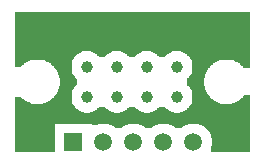
<source format=gbl>
G04 MADE WITH FRITZING*
G04 WWW.FRITZING.ORG*
G04 DOUBLE SIDED*
G04 HOLES PLATED*
G04 CONTOUR ON CENTER OF CONTOUR VECTOR*
%ASAXBY*%
%FSLAX23Y23*%
%MOIN*%
%OFA0B0*%
%SFA1.0B1.0*%
%ADD10C,0.075000*%
%ADD11C,0.039370*%
%ADD12C,0.059000*%
%ADD13R,0.059000X0.059000*%
%LNCOPPER0*%
G90*
G70*
G54D10*
X124Y442D03*
G54D11*
X583Y326D03*
X483Y326D03*
X383Y326D03*
X283Y326D03*
X583Y226D03*
X483Y226D03*
X383Y226D03*
X283Y226D03*
G54D12*
X238Y74D03*
X338Y74D03*
X438Y74D03*
X538Y74D03*
X638Y74D03*
G54D13*
X238Y74D03*
G36*
X44Y507D02*
X44Y377D01*
X598Y377D01*
X598Y375D01*
X604Y375D01*
X604Y373D01*
X608Y373D01*
X608Y371D01*
X610Y371D01*
X610Y369D01*
X614Y369D01*
X614Y367D01*
X616Y367D01*
X616Y365D01*
X618Y365D01*
X618Y363D01*
X620Y363D01*
X620Y361D01*
X622Y361D01*
X622Y359D01*
X624Y359D01*
X624Y357D01*
X626Y357D01*
X626Y355D01*
X628Y355D01*
X628Y351D01*
X630Y351D01*
X630Y349D01*
X764Y349D01*
X764Y347D01*
X772Y347D01*
X772Y345D01*
X778Y345D01*
X778Y343D01*
X782Y343D01*
X782Y341D01*
X786Y341D01*
X786Y339D01*
X788Y339D01*
X788Y337D01*
X792Y337D01*
X792Y335D01*
X794Y335D01*
X794Y333D01*
X796Y333D01*
X796Y331D01*
X798Y331D01*
X798Y329D01*
X800Y329D01*
X800Y327D01*
X802Y327D01*
X802Y325D01*
X804Y325D01*
X804Y323D01*
X806Y323D01*
X806Y321D01*
X826Y321D01*
X826Y507D01*
X44Y507D01*
G37*
D02*
G36*
X44Y377D02*
X44Y349D01*
X134Y349D01*
X134Y347D01*
X142Y347D01*
X142Y345D01*
X148Y345D01*
X148Y343D01*
X152Y343D01*
X152Y341D01*
X156Y341D01*
X156Y339D01*
X158Y339D01*
X158Y337D01*
X162Y337D01*
X162Y335D01*
X164Y335D01*
X164Y333D01*
X166Y333D01*
X166Y331D01*
X168Y331D01*
X168Y329D01*
X170Y329D01*
X170Y327D01*
X172Y327D01*
X172Y325D01*
X174Y325D01*
X174Y323D01*
X176Y323D01*
X176Y321D01*
X178Y321D01*
X178Y319D01*
X180Y319D01*
X180Y315D01*
X182Y315D01*
X182Y313D01*
X184Y313D01*
X184Y309D01*
X186Y309D01*
X186Y303D01*
X188Y303D01*
X188Y299D01*
X190Y299D01*
X190Y289D01*
X192Y289D01*
X192Y261D01*
X190Y261D01*
X190Y253D01*
X188Y253D01*
X188Y247D01*
X186Y247D01*
X186Y243D01*
X184Y243D01*
X184Y239D01*
X182Y239D01*
X182Y235D01*
X180Y235D01*
X180Y233D01*
X178Y233D01*
X178Y229D01*
X176Y229D01*
X176Y227D01*
X174Y227D01*
X174Y225D01*
X172Y225D01*
X172Y223D01*
X170Y223D01*
X170Y221D01*
X168Y221D01*
X168Y219D01*
X166Y219D01*
X166Y217D01*
X162Y217D01*
X162Y215D01*
X160Y215D01*
X160Y213D01*
X158Y213D01*
X158Y211D01*
X154Y211D01*
X154Y209D01*
X150Y209D01*
X150Y207D01*
X146Y207D01*
X146Y205D01*
X138Y205D01*
X138Y203D01*
X234Y203D01*
X234Y209D01*
X232Y209D01*
X232Y243D01*
X234Y243D01*
X234Y247D01*
X236Y247D01*
X236Y251D01*
X238Y251D01*
X238Y253D01*
X240Y253D01*
X240Y257D01*
X242Y257D01*
X242Y259D01*
X244Y259D01*
X244Y261D01*
X246Y261D01*
X246Y263D01*
X248Y263D01*
X248Y265D01*
X250Y265D01*
X250Y285D01*
X248Y285D01*
X248Y287D01*
X246Y287D01*
X246Y289D01*
X244Y289D01*
X244Y291D01*
X242Y291D01*
X242Y295D01*
X240Y295D01*
X240Y297D01*
X238Y297D01*
X238Y301D01*
X236Y301D01*
X236Y303D01*
X234Y303D01*
X234Y309D01*
X232Y309D01*
X232Y341D01*
X234Y341D01*
X234Y347D01*
X236Y347D01*
X236Y351D01*
X238Y351D01*
X238Y353D01*
X240Y353D01*
X240Y357D01*
X242Y357D01*
X242Y359D01*
X244Y359D01*
X244Y361D01*
X246Y361D01*
X246Y363D01*
X248Y363D01*
X248Y365D01*
X250Y365D01*
X250Y367D01*
X252Y367D01*
X252Y369D01*
X256Y369D01*
X256Y371D01*
X258Y371D01*
X258Y373D01*
X262Y373D01*
X262Y375D01*
X268Y375D01*
X268Y377D01*
X44Y377D01*
G37*
D02*
G36*
X298Y377D02*
X298Y375D01*
X304Y375D01*
X304Y373D01*
X308Y373D01*
X308Y371D01*
X310Y371D01*
X310Y369D01*
X314Y369D01*
X314Y367D01*
X316Y367D01*
X316Y365D01*
X318Y365D01*
X318Y363D01*
X320Y363D01*
X320Y361D01*
X322Y361D01*
X322Y359D01*
X344Y359D01*
X344Y361D01*
X346Y361D01*
X346Y363D01*
X348Y363D01*
X348Y365D01*
X350Y365D01*
X350Y367D01*
X352Y367D01*
X352Y369D01*
X356Y369D01*
X356Y371D01*
X358Y371D01*
X358Y373D01*
X362Y373D01*
X362Y375D01*
X368Y375D01*
X368Y377D01*
X298Y377D01*
G37*
D02*
G36*
X398Y377D02*
X398Y375D01*
X404Y375D01*
X404Y373D01*
X408Y373D01*
X408Y371D01*
X410Y371D01*
X410Y369D01*
X414Y369D01*
X414Y367D01*
X416Y367D01*
X416Y365D01*
X418Y365D01*
X418Y363D01*
X420Y363D01*
X420Y361D01*
X422Y361D01*
X422Y359D01*
X444Y359D01*
X444Y361D01*
X446Y361D01*
X446Y363D01*
X448Y363D01*
X448Y365D01*
X450Y365D01*
X450Y367D01*
X452Y367D01*
X452Y369D01*
X456Y369D01*
X456Y371D01*
X458Y371D01*
X458Y373D01*
X462Y373D01*
X462Y375D01*
X468Y375D01*
X468Y377D01*
X398Y377D01*
G37*
D02*
G36*
X498Y377D02*
X498Y375D01*
X504Y375D01*
X504Y373D01*
X508Y373D01*
X508Y371D01*
X510Y371D01*
X510Y369D01*
X514Y369D01*
X514Y367D01*
X516Y367D01*
X516Y365D01*
X518Y365D01*
X518Y363D01*
X520Y363D01*
X520Y361D01*
X522Y361D01*
X522Y359D01*
X544Y359D01*
X544Y361D01*
X546Y361D01*
X546Y363D01*
X548Y363D01*
X548Y365D01*
X550Y365D01*
X550Y367D01*
X552Y367D01*
X552Y369D01*
X556Y369D01*
X556Y371D01*
X558Y371D01*
X558Y373D01*
X562Y373D01*
X562Y375D01*
X568Y375D01*
X568Y377D01*
X498Y377D01*
G37*
D02*
G36*
X44Y349D02*
X44Y325D01*
X64Y325D01*
X64Y327D01*
X66Y327D01*
X66Y329D01*
X68Y329D01*
X68Y331D01*
X70Y331D01*
X70Y333D01*
X72Y333D01*
X72Y335D01*
X74Y335D01*
X74Y337D01*
X78Y337D01*
X78Y339D01*
X80Y339D01*
X80Y341D01*
X84Y341D01*
X84Y343D01*
X88Y343D01*
X88Y345D01*
X94Y345D01*
X94Y347D01*
X102Y347D01*
X102Y349D01*
X44Y349D01*
G37*
D02*
G36*
X630Y349D02*
X630Y347D01*
X632Y347D01*
X632Y343D01*
X634Y343D01*
X634Y309D01*
X632Y309D01*
X632Y303D01*
X630Y303D01*
X630Y299D01*
X628Y299D01*
X628Y297D01*
X626Y297D01*
X626Y295D01*
X624Y295D01*
X624Y291D01*
X622Y291D01*
X622Y289D01*
X620Y289D01*
X620Y287D01*
X618Y287D01*
X618Y285D01*
X616Y285D01*
X616Y265D01*
X618Y265D01*
X618Y263D01*
X620Y263D01*
X620Y261D01*
X622Y261D01*
X622Y259D01*
X624Y259D01*
X624Y257D01*
X626Y257D01*
X626Y255D01*
X628Y255D01*
X628Y251D01*
X630Y251D01*
X630Y247D01*
X632Y247D01*
X632Y243D01*
X634Y243D01*
X634Y209D01*
X632Y209D01*
X632Y203D01*
X728Y203D01*
X728Y205D01*
X720Y205D01*
X720Y207D01*
X716Y207D01*
X716Y209D01*
X712Y209D01*
X712Y211D01*
X708Y211D01*
X708Y213D01*
X706Y213D01*
X706Y215D01*
X704Y215D01*
X704Y217D01*
X700Y217D01*
X700Y219D01*
X698Y219D01*
X698Y221D01*
X696Y221D01*
X696Y223D01*
X694Y223D01*
X694Y225D01*
X692Y225D01*
X692Y227D01*
X690Y227D01*
X690Y231D01*
X688Y231D01*
X688Y233D01*
X686Y233D01*
X686Y235D01*
X684Y235D01*
X684Y239D01*
X682Y239D01*
X682Y243D01*
X680Y243D01*
X680Y247D01*
X678Y247D01*
X678Y253D01*
X676Y253D01*
X676Y263D01*
X674Y263D01*
X674Y289D01*
X676Y289D01*
X676Y297D01*
X678Y297D01*
X678Y303D01*
X680Y303D01*
X680Y309D01*
X682Y309D01*
X682Y311D01*
X684Y311D01*
X684Y315D01*
X686Y315D01*
X686Y319D01*
X688Y319D01*
X688Y321D01*
X690Y321D01*
X690Y323D01*
X692Y323D01*
X692Y325D01*
X694Y325D01*
X694Y327D01*
X696Y327D01*
X696Y329D01*
X698Y329D01*
X698Y331D01*
X700Y331D01*
X700Y333D01*
X702Y333D01*
X702Y335D01*
X704Y335D01*
X704Y337D01*
X708Y337D01*
X708Y339D01*
X710Y339D01*
X710Y341D01*
X714Y341D01*
X714Y343D01*
X718Y343D01*
X718Y345D01*
X724Y345D01*
X724Y347D01*
X732Y347D01*
X732Y349D01*
X630Y349D01*
G37*
D02*
G36*
X806Y231D02*
X806Y227D01*
X804Y227D01*
X804Y225D01*
X802Y225D01*
X802Y223D01*
X800Y223D01*
X800Y221D01*
X798Y221D01*
X798Y219D01*
X796Y219D01*
X796Y217D01*
X792Y217D01*
X792Y215D01*
X790Y215D01*
X790Y213D01*
X788Y213D01*
X788Y211D01*
X784Y211D01*
X784Y209D01*
X780Y209D01*
X780Y207D01*
X776Y207D01*
X776Y205D01*
X768Y205D01*
X768Y203D01*
X826Y203D01*
X826Y231D01*
X806Y231D01*
G37*
D02*
G36*
X44Y225D02*
X44Y203D01*
X98Y203D01*
X98Y205D01*
X92Y205D01*
X92Y207D01*
X86Y207D01*
X86Y209D01*
X82Y209D01*
X82Y211D01*
X80Y211D01*
X80Y213D01*
X76Y213D01*
X76Y215D01*
X74Y215D01*
X74Y217D01*
X70Y217D01*
X70Y219D01*
X68Y219D01*
X68Y221D01*
X66Y221D01*
X66Y223D01*
X64Y223D01*
X64Y225D01*
X44Y225D01*
G37*
D02*
G36*
X44Y203D02*
X44Y201D01*
X236Y201D01*
X236Y203D01*
X44Y203D01*
G37*
D02*
G36*
X44Y203D02*
X44Y201D01*
X236Y201D01*
X236Y203D01*
X44Y203D01*
G37*
D02*
G36*
X630Y203D02*
X630Y201D01*
X826Y201D01*
X826Y203D01*
X630Y203D01*
G37*
D02*
G36*
X630Y203D02*
X630Y201D01*
X826Y201D01*
X826Y203D01*
X630Y203D01*
G37*
D02*
G36*
X44Y201D02*
X44Y173D01*
X272Y173D01*
X272Y175D01*
X264Y175D01*
X264Y177D01*
X260Y177D01*
X260Y179D01*
X256Y179D01*
X256Y181D01*
X254Y181D01*
X254Y183D01*
X252Y183D01*
X252Y185D01*
X248Y185D01*
X248Y187D01*
X246Y187D01*
X246Y189D01*
X244Y189D01*
X244Y191D01*
X242Y191D01*
X242Y195D01*
X240Y195D01*
X240Y197D01*
X238Y197D01*
X238Y201D01*
X44Y201D01*
G37*
D02*
G36*
X630Y201D02*
X630Y199D01*
X628Y199D01*
X628Y197D01*
X626Y197D01*
X626Y195D01*
X624Y195D01*
X624Y191D01*
X622Y191D01*
X622Y189D01*
X620Y189D01*
X620Y187D01*
X618Y187D01*
X618Y185D01*
X616Y185D01*
X616Y183D01*
X612Y183D01*
X612Y181D01*
X610Y181D01*
X610Y179D01*
X606Y179D01*
X606Y177D01*
X602Y177D01*
X602Y175D01*
X594Y175D01*
X594Y173D01*
X826Y173D01*
X826Y201D01*
X630Y201D01*
G37*
D02*
G36*
X322Y191D02*
X322Y189D01*
X320Y189D01*
X320Y187D01*
X318Y187D01*
X318Y185D01*
X316Y185D01*
X316Y183D01*
X312Y183D01*
X312Y181D01*
X310Y181D01*
X310Y179D01*
X306Y179D01*
X306Y177D01*
X302Y177D01*
X302Y175D01*
X294Y175D01*
X294Y173D01*
X372Y173D01*
X372Y175D01*
X364Y175D01*
X364Y177D01*
X360Y177D01*
X360Y179D01*
X356Y179D01*
X356Y181D01*
X354Y181D01*
X354Y183D01*
X352Y183D01*
X352Y185D01*
X348Y185D01*
X348Y187D01*
X346Y187D01*
X346Y189D01*
X344Y189D01*
X344Y191D01*
X322Y191D01*
G37*
D02*
G36*
X422Y191D02*
X422Y189D01*
X420Y189D01*
X420Y187D01*
X418Y187D01*
X418Y185D01*
X416Y185D01*
X416Y183D01*
X412Y183D01*
X412Y181D01*
X410Y181D01*
X410Y179D01*
X406Y179D01*
X406Y177D01*
X402Y177D01*
X402Y175D01*
X394Y175D01*
X394Y173D01*
X472Y173D01*
X472Y175D01*
X464Y175D01*
X464Y177D01*
X460Y177D01*
X460Y179D01*
X456Y179D01*
X456Y181D01*
X454Y181D01*
X454Y183D01*
X452Y183D01*
X452Y185D01*
X448Y185D01*
X448Y187D01*
X446Y187D01*
X446Y189D01*
X444Y189D01*
X444Y191D01*
X422Y191D01*
G37*
D02*
G36*
X522Y191D02*
X522Y189D01*
X520Y189D01*
X520Y187D01*
X518Y187D01*
X518Y185D01*
X516Y185D01*
X516Y183D01*
X512Y183D01*
X512Y181D01*
X510Y181D01*
X510Y179D01*
X506Y179D01*
X506Y177D01*
X502Y177D01*
X502Y175D01*
X494Y175D01*
X494Y173D01*
X572Y173D01*
X572Y175D01*
X564Y175D01*
X564Y177D01*
X560Y177D01*
X560Y179D01*
X556Y179D01*
X556Y181D01*
X554Y181D01*
X554Y183D01*
X552Y183D01*
X552Y185D01*
X548Y185D01*
X548Y187D01*
X546Y187D01*
X546Y189D01*
X544Y189D01*
X544Y191D01*
X522Y191D01*
G37*
D02*
G36*
X44Y173D02*
X44Y171D01*
X826Y171D01*
X826Y173D01*
X44Y173D01*
G37*
D02*
G36*
X44Y173D02*
X44Y171D01*
X826Y171D01*
X826Y173D01*
X44Y173D01*
G37*
D02*
G36*
X44Y173D02*
X44Y171D01*
X826Y171D01*
X826Y173D01*
X44Y173D01*
G37*
D02*
G36*
X44Y173D02*
X44Y171D01*
X826Y171D01*
X826Y173D01*
X44Y173D01*
G37*
D02*
G36*
X44Y173D02*
X44Y171D01*
X826Y171D01*
X826Y173D01*
X44Y173D01*
G37*
D02*
G36*
X44Y171D02*
X44Y135D01*
X656Y135D01*
X656Y133D01*
X662Y133D01*
X662Y131D01*
X666Y131D01*
X666Y129D01*
X670Y129D01*
X670Y127D01*
X672Y127D01*
X672Y125D01*
X676Y125D01*
X676Y123D01*
X678Y123D01*
X678Y121D01*
X680Y121D01*
X680Y119D01*
X682Y119D01*
X682Y117D01*
X684Y117D01*
X684Y115D01*
X686Y115D01*
X686Y113D01*
X688Y113D01*
X688Y111D01*
X690Y111D01*
X690Y107D01*
X692Y107D01*
X692Y105D01*
X694Y105D01*
X694Y101D01*
X696Y101D01*
X696Y95D01*
X698Y95D01*
X698Y89D01*
X700Y89D01*
X700Y61D01*
X698Y61D01*
X698Y41D01*
X826Y41D01*
X826Y171D01*
X44Y171D01*
G37*
D02*
G36*
X44Y135D02*
X44Y41D01*
X176Y41D01*
X176Y135D01*
X44Y135D01*
G37*
D02*
G36*
X300Y135D02*
X300Y133D01*
X320Y133D01*
X320Y135D01*
X300Y135D01*
G37*
D02*
G36*
X356Y135D02*
X356Y133D01*
X362Y133D01*
X362Y131D01*
X366Y131D01*
X366Y129D01*
X370Y129D01*
X370Y127D01*
X372Y127D01*
X372Y125D01*
X376Y125D01*
X376Y123D01*
X378Y123D01*
X378Y121D01*
X398Y121D01*
X398Y123D01*
X400Y123D01*
X400Y125D01*
X404Y125D01*
X404Y127D01*
X406Y127D01*
X406Y129D01*
X410Y129D01*
X410Y131D01*
X414Y131D01*
X414Y133D01*
X420Y133D01*
X420Y135D01*
X356Y135D01*
G37*
D02*
G36*
X456Y135D02*
X456Y133D01*
X462Y133D01*
X462Y131D01*
X466Y131D01*
X466Y129D01*
X470Y129D01*
X470Y127D01*
X472Y127D01*
X472Y125D01*
X476Y125D01*
X476Y123D01*
X478Y123D01*
X478Y121D01*
X498Y121D01*
X498Y123D01*
X500Y123D01*
X500Y125D01*
X504Y125D01*
X504Y127D01*
X506Y127D01*
X506Y129D01*
X510Y129D01*
X510Y131D01*
X514Y131D01*
X514Y133D01*
X520Y133D01*
X520Y135D01*
X456Y135D01*
G37*
D02*
G36*
X556Y135D02*
X556Y133D01*
X562Y133D01*
X562Y131D01*
X566Y131D01*
X566Y129D01*
X570Y129D01*
X570Y127D01*
X572Y127D01*
X572Y125D01*
X576Y125D01*
X576Y123D01*
X578Y123D01*
X578Y121D01*
X598Y121D01*
X598Y123D01*
X600Y123D01*
X600Y125D01*
X604Y125D01*
X604Y127D01*
X606Y127D01*
X606Y129D01*
X610Y129D01*
X610Y131D01*
X614Y131D01*
X614Y133D01*
X620Y133D01*
X620Y135D01*
X556Y135D01*
G37*
D02*
G04 End of Copper0*
M02*
</source>
